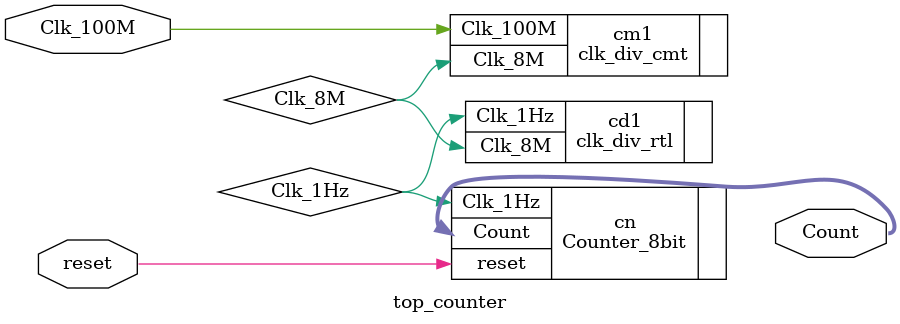
<source format=v>
`timescale 1ns / 1ps


module top_counter(
    input Clk_100M,
    input reset,
    output [7:0] Count
    );
    
    wire Clk_8M;
    wire Clk_1Hz;
    
  clk_div_cmt cm1
   (
    // Clock out ports
    .Clk_8M(Clk_8M),     // output Clk_8M
   // Clock in ports
    .Clk_100M(Clk_100M));      // input Clk_100M
// INST_TAG_END ------ End INSTANTIATION Template ---------

    clk_div_rtl cd1(.Clk_8M(Clk_8M),.Clk_1Hz(Clk_1Hz));
    
    Counter_8bit cn(.Clk_1Hz(Clk_1Hz),.reset(reset),.Count(Count));
    
endmodule

</source>
